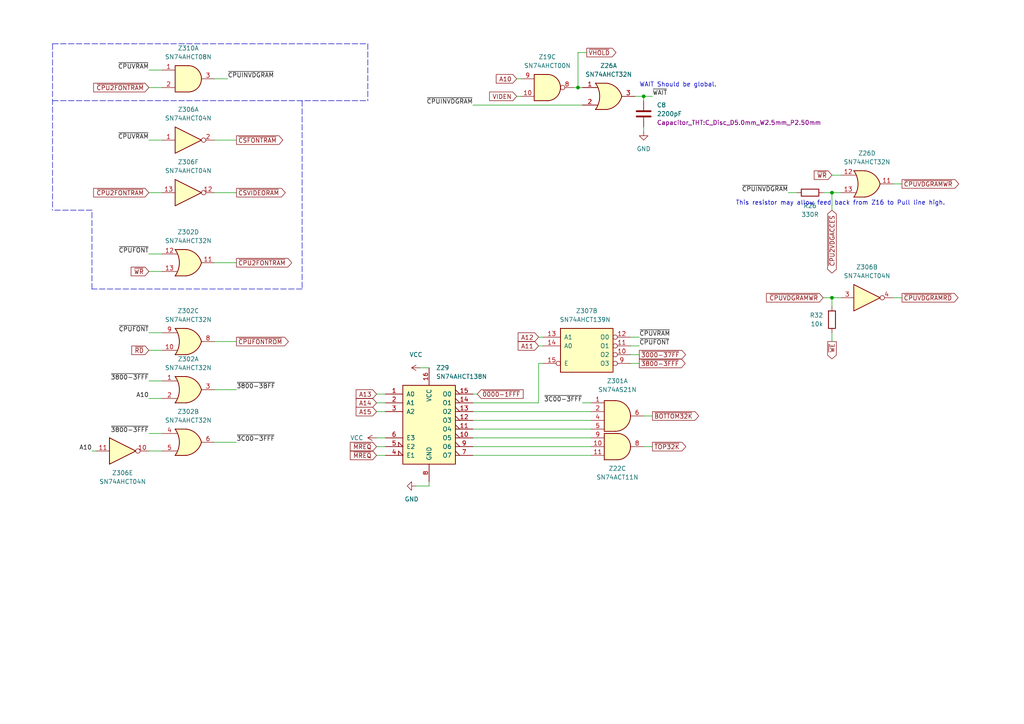
<source format=kicad_sch>
(kicad_sch (version 20211123) (generator eeschema)
  (paper "A4")
  (title_block (title "JupiterAce Z80 plus KIO and new memory format.") (date "2020-05-12") (rev "Alpha") (company "Ontobus") (comment 1 "John Bradley") (comment 2 "https://creativecommons.org/licenses/by-nc-sa/4.0/") (comment 3 "Attribution-NonCommercial-ShareAlike 4.0 International License.") (comment 4 "This work is licensed under a Creative Commons "))
  (lib_symbols
    (symbol "74xx:74LS00" (pin_names (offset 1.016))
      (property "Reference" "U" (at 0 1.27 0))
      (property "Value" "74LS00" (at 0 -1.27 0))
      (symbol "74LS00_1_1"
        (arc (start 0 -3.81) (mid 3.81 0) (end 0 3.81) (stroke (width 0.254)) (fill (type background)))
        (polyline (pts (xy 0 3.81) (xy -3.81 3.81) (xy -3.81 -3.81) (xy 0 -3.81)) (stroke (width 0.254)) (fill (type background)))
        (pin input line (at -7.62 2.54 0) (length 3.81) (name "~") (number "1"))
        (pin input line (at -7.62 -2.54 0) (length 3.81) (name "~") (number "2"))
        (pin output inverted (at 7.62 0 180) (length 3.81) (name "~") (number "3"))
      )
      (symbol "74LS00_1_2"
        (arc (start -3.81 -3.81) (mid -2.589 0) (end -3.81 3.81) (stroke (width 0.254)))
        (arc (start -0.6096 -3.81) (mid 2.1842 -2.5851) (end 3.81 0) (stroke (width 0.254)) (fill (type background)))
        (polyline (pts (xy -3.81 -3.81) (xy -0.635 -3.81)) (stroke (width 0.254)) (fill (type background)))
        (polyline (pts (xy -3.81 3.81) (xy -0.635 3.81)) (stroke (width 0.254)) (fill (type background)))
        (polyline (pts (xy -0.635 3.81) (xy -3.81 3.81) (xy -3.81 3.81) (xy -3.556 3.4036) (xy -3.0226 2.2606) (xy -2.6924 1.0414) (xy -2.6162 -0.254) (xy -2.7686 -1.4986) (xy -3.175 -2.7178) (xy -3.81 -3.81) (xy -3.81 -3.81) (xy -0.635 -3.81)) (stroke (width -25.4)) (fill (type background)))
        (arc (start 3.81 0) (mid 2.1915 2.5936) (end -0.6096 3.81) (stroke (width 0.254)) (fill (type background)))
        (pin input inverted (at -7.62 2.54 0) (length 4.318) (name "~") (number "1"))
        (pin input inverted (at -7.62 -2.54 0) (length 4.318) (name "~") (number "2"))
        (pin output line (at 7.62 0 180) (length 3.81) (name "~") (number "3"))
      )
      (symbol "74LS00_2_1"
        (arc (start 0 -3.81) (mid 3.81 0) (end 0 3.81) (stroke (width 0.254)) (fill (type background)))
        (polyline (pts (xy 0 3.81) (xy -3.81 3.81) (xy -3.81 -3.81) (xy 0 -3.81)) (stroke (width 0.254)) (fill (type background)))
        (pin input line (at -7.62 2.54 0) (length 3.81) (name "~") (number "4"))
        (pin input line (at -7.62 -2.54 0) (length 3.81) (name "~") (number "5"))
        (pin output inverted (at 7.62 0 180) (length 3.81) (name "~") (number "6"))
      )
      (symbol "74LS00_2_2"
        (arc (start -3.81 -3.81) (mid -2.589 0) (end -3.81 3.81) (stroke (width 0.254)))
        (arc (start -0.6096 -3.81) (mid 2.1842 -2.5851) (end 3.81 0) (stroke (width 0.254)) (fill (type background)))
        (polyline (pts (xy -3.81 -3.81) (xy -0.635 -3.81)) (stroke (width 0.254)) (fill (type background)))
        (polyline (pts (xy -3.81 3.81) (xy -0.635 3.81)) (stroke (width 0.254)) (fill (type background)))
        (polyline (pts (xy -0.635 3.81) (xy -3.81 3.81) (xy -3.81 3.81) (xy -3.556 3.4036) (xy -3.0226 2.2606) (xy -2.6924 1.0414) (xy -2.6162 -0.254) (xy -2.7686 -1.4986) (xy -3.175 -2.7178) (xy -3.81 -3.81) (xy -3.81 -3.81) (xy -0.635 -3.81)) (stroke (width -25.4)) (fill (type background)))
        (arc (start 3.81 0) (mid 2.1915 2.5936) (end -0.6096 3.81) (stroke (width 0.254)) (fill (type background)))
        (pin input inverted (at -7.62 2.54 0) (length 4.318) (name "~") (number "4"))
        (pin input inverted (at -7.62 -2.54 0) (length 4.318) (name "~") (number "5"))
        (pin output line (at 7.62 0 180) (length 3.81) (name "~") (number "6"))
      )
      (symbol "74LS00_3_1"
        (arc (start 0 -3.81) (mid 3.81 0) (end 0 3.81) (stroke (width 0.254)) (fill (type background)))
        (polyline (pts (xy 0 3.81) (xy -3.81 3.81) (xy -3.81 -3.81) (xy 0 -3.81)) (stroke (width 0.254)) (fill (type background)))
        (pin input line (at -7.62 -2.54 0) (length 3.81) (name "~") (number "10"))
        (pin output inverted (at 7.62 0 180) (length 3.81) (name "~") (number "8"))
        (pin input line (at -7.62 2.54 0) (length 3.81) (name "~") (number "9"))
      )
      (symbol "74LS00_3_2"
        (arc (start -3.81 -3.81) (mid -2.589 0) (end -3.81 3.81) (stroke (width 0.254)))
        (arc (start -0.6096 -3.81) (mid 2.1842 -2.5851) (end 3.81 0) (stroke (width 0.254)) (fill (type background)))
        (polyline (pts (xy -3.81 -3.81) (xy -0.635 -3.81)) (stroke (width 0.254)) (fill (type background)))
        (polyline (pts (xy -3.81 3.81) (xy -0.635 3.81)) (stroke (width 0.254)) (fill (type background)))
        (polyline (pts (xy -0.635 3.81) (xy -3.81 3.81) (xy -3.81 3.81) (xy -3.556 3.4036) (xy -3.0226 2.2606) (xy -2.6924 1.0414) (xy -2.6162 -0.254) (xy -2.7686 -1.4986) (xy -3.175 -2.7178) (xy -3.81 -3.81) (xy -3.81 -3.81) (xy -0.635 -3.81)) (stroke (width -25.4)) (fill (type background)))
        (arc (start 3.81 0) (mid 2.1915 2.5936) (end -0.6096 3.81) (stroke (width 0.254)) (fill (type background)))
        (pin input inverted (at -7.62 -2.54 0) (length 4.318) (name "~") (number "10"))
        (pin output line (at 7.62 0 180) (length 3.81) (name "~") (number "8"))
        (pin input inverted (at -7.62 2.54 0) (length 4.318) (name "~") (number "9"))
      )
      (symbol "74LS00_4_1"
        (arc (start 0 -3.81) (mid 3.81 0) (end 0 3.81) (stroke (width 0.254)) (fill (type background)))
        (polyline (pts (xy 0 3.81) (xy -3.81 3.81) (xy -3.81 -3.81) (xy 0 -3.81)) (stroke (width 0.254)) (fill (type background)))
        (pin output inverted (at 7.62 0 180) (length 3.81) (name "~") (number "11"))
        (pin input line (at -7.62 2.54 0) (length 3.81) (name "~") (number "12"))
        (pin input line (at -7.62 -2.54 0) (length 3.81) (name "~") (number "13"))
      )
      (symbol "74LS00_4_2"
        (arc (start -3.81 -3.81) (mid -2.589 0) (end -3.81 3.81) (stroke (width 0.254)))
        (arc (start -0.6096 -3.81) (mid 2.1842 -2.5851) (end 3.81 0) (stroke (width 0.254)) (fill (type background)))
        (polyline (pts (xy -3.81 -3.81) (xy -0.635 -3.81)) (stroke (width 0.254)) (fill (type background)))
        (polyline (pts (xy -3.81 3.81) (xy -0.635 3.81)) (stroke (width 0.254)) (fill (type background)))
        (polyline (pts (xy -0.635 3.81) (xy -3.81 3.81) (xy -3.81 3.81) (xy -3.556 3.4036) (xy -3.0226 2.2606) (xy -2.6924 1.0414) (xy -2.6162 -0.254) (xy -2.7686 -1.4986) (xy -3.175 -2.7178) (xy -3.81 -3.81) (xy -3.81 -3.81) (xy -0.635 -3.81)) (stroke (width -25.4)) (fill (type background)))
        (arc (start 3.81 0) (mid 2.1915 2.5936) (end -0.6096 3.81) (stroke (width 0.254)) (fill (type background)))
        (pin output line (at 7.62 0 180) (length 3.81) (name "~") (number "11"))
        (pin input inverted (at -7.62 2.54 0) (length 4.318) (name "~") (number "12"))
        (pin input inverted (at -7.62 -2.54 0) (length 4.318) (name "~") (number "13"))
      )
      (symbol "74LS00_5_0"
        (pin power_in line (at 0 12.7 270) (length 5.08) (name "VCC") (number "14"))
        (pin power_in line (at 0 -12.7 90) (length 5.08) (name "GND") (number "7"))
      )
      (symbol "74LS00_5_1"
        (rectangle (start -5.08 7.62) (end 5.08 -7.62) (stroke (width 0.254)) (fill (type background)))
      )
    )
    (symbol "74xx:74LS04"
      (property "Reference" "U" (at 0 1.27 0))
      (property "Value" "74LS04" (at 0 -1.27 0))
      (symbol "74LS04_1_0"
        (polyline (pts (xy -3.81 3.81) (xy -3.81 -3.81) (xy 3.81 0) (xy -3.81 3.81)) (stroke (width 0.254)) (fill (type background)))
        (pin input line (at -7.62 0 0) (length 3.81) (name "~") (number "1"))
        (pin output inverted (at 7.62 0 180) (length 3.81) (name "~") (number "2"))
      )
      (symbol "74LS04_2_0"
        (polyline (pts (xy -3.81 3.81) (xy -3.81 -3.81) (xy 3.81 0) (xy -3.81 3.81)) (stroke (width 0.254)) (fill (type background)))
        (pin input line (at -7.62 0 0) (length 3.81) (name "~") (number "3"))
        (pin output inverted (at 7.62 0 180) (length 3.81) (name "~") (number "4"))
      )
      (symbol "74LS04_3_0"
        (polyline (pts (xy -3.81 3.81) (xy -3.81 -3.81) (xy 3.81 0) (xy -3.81 3.81)) (stroke (width 0.254)) (fill (type background)))
        (pin input line (at -7.62 0 0) (length 3.81) (name "~") (number "5"))
        (pin output inverted (at 7.62 0 180) (length 3.81) (name "~") (number "6"))
      )
      (symbol "74LS04_4_0"
        (polyline (pts (xy -3.81 3.81) (xy -3.81 -3.81) (xy 3.81 0) (xy -3.81 3.81)) (stroke (width 0.254)) (fill (type background)))
        (pin output inverted (at 7.62 0 180) (length 3.81) (name "~") (number "8"))
        (pin input line (at -7.62 0 0) (length 3.81) (name "~") (number "9"))
      )
      (symbol "74LS04_5_0"
        (polyline (pts (xy -3.81 3.81) (xy -3.81 -3.81) (xy 3.81 0) (xy -3.81 3.81)) (stroke (width 0.254)) (fill (type background)))
        (pin output inverted (at 7.62 0 180) (length 3.81) (name "~") (number "10"))
        (pin input line (at -7.62 0 0) (length 3.81) (name "~") (number "11"))
      )
      (symbol "74LS04_6_0"
        (polyline (pts (xy -3.81 3.81) (xy -3.81 -3.81) (xy 3.81 0) (xy -3.81 3.81)) (stroke (width 0.254)) (fill (type background)))
        (pin output inverted (at 7.62 0 180) (length 3.81) (name "~") (number "12"))
        (pin input line (at -7.62 0 0) (length 3.81) (name "~") (number "13"))
      )
      (symbol "74LS04_7_0"
        (pin power_in line (at 0 12.7 270) (length 5.08) (name "VCC") (number "14"))
        (pin power_in line (at 0 -12.7 90) (length 5.08) (name "GND") (number "7"))
      )
      (symbol "74LS04_7_1"
        (rectangle (start -5.08 7.62) (end 5.08 -7.62) (stroke (width 0.254)) (fill (type background)))
      )
    )
    (symbol "74xx:74LS08" (pin_names (offset 1.016))
      (property "Reference" "U" (at 0 1.27 0))
      (property "Value" "74LS08" (at 0 -1.27 0))
      (symbol "74LS08_1_1"
        (arc (start 0 -3.81) (mid 3.81 0) (end 0 3.81) (stroke (width 0.254)) (fill (type background)))
        (polyline (pts (xy 0 3.81) (xy -3.81 3.81) (xy -3.81 -3.81) (xy 0 -3.81)) (stroke (width 0.254)) (fill (type background)))
        (pin input line (at -7.62 2.54 0) (length 3.81) (name "~") (number "1"))
        (pin input line (at -7.62 -2.54 0) (length 3.81) (name "~") (number "2"))
        (pin output line (at 7.62 0 180) (length 3.81) (name "~") (number "3"))
      )
      (symbol "74LS08_1_2"
        (arc (start -3.81 -3.81) (mid -2.589 0) (end -3.81 3.81) (stroke (width 0.254)))
        (arc (start -0.6096 -3.81) (mid 2.1842 -2.5851) (end 3.81 0) (stroke (width 0.254)) (fill (type background)))
        (polyline (pts (xy -3.81 -3.81) (xy -0.635 -3.81)) (stroke (width 0.254)) (fill (type background)))
        (polyline (pts (xy -3.81 3.81) (xy -0.635 3.81)) (stroke (width 0.254)) (fill (type background)))
        (polyline (pts (xy -0.635 3.81) (xy -3.81 3.81) (xy -3.81 3.81) (xy -3.556 3.4036) (xy -3.0226 2.2606) (xy -2.6924 1.0414) (xy -2.6162 -0.254) (xy -2.7686 -1.4986) (xy -3.175 -2.7178) (xy -3.81 -3.81) (xy -3.81 -3.81) (xy -0.635 -3.81)) (stroke (width -25.4)) (fill (type background)))
        (arc (start 3.81 0) (mid 2.1915 2.5936) (end -0.6096 3.81) (stroke (width 0.254)) (fill (type background)))
        (pin input inverted (at -7.62 2.54 0) (length 4.318) (name "~") (number "1"))
        (pin input inverted (at -7.62 -2.54 0) (length 4.318) (name "~") (number "2"))
        (pin output inverted (at 7.62 0 180) (length 3.81) (name "~") (number "3"))
      )
      (symbol "74LS08_2_1"
        (arc (start 0 -3.81) (mid 3.81 0) (end 0 3.81) (stroke (width 0.254)) (fill (type background)))
        (polyline (pts (xy 0 3.81) (xy -3.81 3.81) (xy -3.81 -3.81) (xy 0 -3.81)) (stroke (width 0.254)) (fill (type background)))
        (pin input line (at -7.62 2.54 0) (length 3.81) (name "~") (number "4"))
        (pin input line (at -7.62 -2.54 0) (length 3.81) (name "~") (number "5"))
        (pin output line (at 7.62 0 180) (length 3.81) (name "~") (number "6"))
      )
      (symbol "74LS08_2_2"
        (arc (start -3.81 -3.81) (mid -2.589 0) (end -3.81 3.81) (stroke (width 0.254)))
        (arc (start -0.6096 -3.81) (mid 2.1842 -2.5851) (end 3.81 0) (stroke (width 0.254)) (fill (type background)))
        (polyline (pts (xy -3.81 -3.81) (xy -0.635 -3.81)) (stroke (width 0.254)) (fill (type background)))
        (polyline (pts (xy -3.81 3.81) (xy -0.635 3.81)) (stroke (width 0.254)) (fill (type background)))
        (polyline (pts (xy -0.635 3.81) (xy -3.81 3.81) (xy -3.81 3.81) (xy -3.556 3.4036) (xy -3.0226 2.2606) (xy -2.6924 1.0414) (xy -2.6162 -0.254) (xy -2.7686 -1.4986) (xy -3.175 -2.7178) (xy -3.81 -3.81) (xy -3.81 -3.81) (xy -0.635 -3.81)) (stroke (width -25.4)) (fill (type background)))
        (arc (start 3.81 0) (mid 2.1915 2.5936) (end -0.6096 3.81) (stroke (width 0.254)) (fill (type background)))
        (pin input inverted (at -7.62 2.54 0) (length 4.318) (name "~") (number "4"))
        (pin input inverted (at -7.62 -2.54 0) (length 4.318) (name "~") (number "5"))
        (pin output inverted (at 7.62 0 180) (length 3.81) (name "~") (number "6"))
      )
      (symbol "74LS08_3_1"
        (arc (start 0 -3.81) (mid 3.81 0) (end 0 3.81) (stroke (width 0.254)) (fill (type background)))
        (polyline (pts (xy 0 3.81) (xy -3.81 3.81) (xy -3.81 -3.81) (xy 0 -3.81)) (stroke (width 0.254)) (fill (type background)))
        (pin input line (at -7.62 -2.54 0) (length 3.81) (name "~") (number "10"))
        (pin output line (at 7.62 0 180) (length 3.81) (name "~") (number "8"))
        (pin input line (at -7.62 2.54 0) (length 3.81) (name "~") (number "9"))
      )
      (symbol "74LS08_3_2"
        (arc (start -3.81 -3.81) (mid -2.589 0) (end -3.81 3.81) (stroke (width 0.254)))
        (arc (start -0.6096 -3.81) (mid 2.1842 -2.5851) (end 3.81 0) (stroke (width 0.254)) (fill (type background)))
        (polyline (pts (xy -3.81 -3.81) (xy -0.635 -3.81)) (stroke (width 0.254)) (fill (type background)))
        (polyline (pts (xy -3.81 3.81) (xy -0.635 3.81)) (stroke (width 0.254)) (fill (type background)))
        (polyline (pts (xy -0.635 3.81) (xy -3.81 3.81) (xy -3.81 3.81) (xy -3.556 3.4036) (xy -3.0226 2.2606) (xy -2.6924 1.0414) (xy -2.6162 -0.254) (xy -2.7686 -1.4986) (xy -3.175 -2.7178) (xy -3.81 -3.81) (xy -3.81 -3.81) (xy -0.635 -3.81)) (stroke (width -25.4)) (fill (type background)))
        (arc (start 3.81 0) (mid 2.1915 2.5936) (end -0.6096 3.81) (stroke (width 0.254)) (fill (type background)))
        (pin input inverted (at -7.62 -2.54 0) (length 4.318) (name "~") (number "10"))
        (pin output inverted (at 7.62 0 180) (length 3.81) (name "~") (number "8"))
        (pin input inverted (at -7.62 2.54 0) (length 4.318) (name "~") (number "9"))
      )
      (symbol "74LS08_4_1"
        (arc (start 0 -3.81) (mid 3.81 0) (end 0 3.81) (stroke (width 0.254)) (fill (type background)))
        (polyline (pts (xy 0 3.81) (xy -3.81 3.81) (xy -3.81 -3.81) (xy 0 -3.81)) (stroke (width 0.254)) (fill (type background)))
        (pin output line (at 7.62 0 180) (length 3.81) (name "~") (number "11"))
        (pin input line (at -7.62 2.54 0) (length 3.81) (name "~") (number "12"))
        (pin input line (at -7.62 -2.54 0) (length 3.81) (name "~") (number "13"))
      )
      (symbol "74LS08_4_2"
        (arc (start -3.81 -3.81) (mid -2.589 0) (end -3.81 3.81) (stroke (width 0.254)))
        (arc (start -0.6096 -3.81) (mid 2.1842 -2.5851) (end 3.81 0) (stroke (width 0.254)) (fill (type background)))
        (polyline (pts (xy -3.81 -3.81) (xy -0.635 -3.81)) (stroke (width 0.254)) (fill (type background)))
        (polyline (pts (xy -3.81 3.81) (xy -0.635 3.81)) (stroke (width 0.254)) (fill (type background)))
        (polyline (pts (xy -0.635 3.81) (xy -3.81 3.81) (xy -3.81 3.81) (xy -3.556 3.4036) (xy -3.0226 2.2606) (xy -2.6924 1.0414) (xy -2.6162 -0.254) (xy -2.7686 -1.4986) (xy -3.175 -2.7178) (xy -3.81 -3.81) (xy -3.81 -3.81) (xy -0.635 -3.81)) (stroke (width -25.4)) (fill (type background)))
        (arc (start 3.81 0) (mid 2.1915 2.5936) (end -0.6096 3.81) (stroke (width 0.254)) (fill (type background)))
        (pin output inverted (at 7.62 0 180) (length 3.81) (name "~") (number "11"))
        (pin input inverted (at -7.62 2.54 0) (length 4.318) (name "~") (number "12"))
        (pin input inverted (at -7.62 -2.54 0) (length 4.318) (name "~") (number "13"))
      )
      (symbol "74LS08_5_0"
        (pin power_in line (at 0 12.7 270) (length 5.08) (name "VCC") (number "14"))
        (pin power_in line (at 0 -12.7 90) (length 5.08) (name "GND") (number "7"))
      )
      (symbol "74LS08_5_1"
        (rectangle (start -5.08 7.62) (end 5.08 -7.62) (stroke (width 0.254)) (fill (type background)))
      )
    )
    (symbol "74xx:74LS11" (pin_names (offset 1.016))
      (property "Reference" "U" (at 0 1.27 0))
      (property "Value" "74LS11" (at 0 -1.27 0))
      (symbol "74LS11_1_1"
        (arc (start 0 -3.81) (mid 3.81 0) (end 0 3.81) (stroke (width 0.254)) (fill (type background)))
        (polyline (pts (xy 0 3.81) (xy -3.81 3.81) (xy -3.81 -3.81) (xy 0 -3.81)) (stroke (width 0.254)) (fill (type background)))
        (pin input line (at -7.62 2.54 0) (length 3.81) (name "~") (number "1"))
        (pin output line (at 7.62 0 180) (length 3.81) (name "~") (number "12"))
        (pin input line (at -7.62 -2.54 0) (length 3.81) (name "~") (number "13"))
        (pin input line (at -7.62 0 0) (length 3.81) (name "~") (number "2"))
      )
      (symbol "74LS11_1_2"
        (arc (start -3.81 -3.81) (mid -2.589 0) (end -3.81 3.81) (stroke (width 0.254)))
        (arc (start -0.6096 -3.81) (mid 2.1842 -2.5851) (end 3.81 0) (stroke (width 0.254)) (fill (type background)))
        (polyline (pts (xy -3.81 -3.81) (xy -0.635 -3.81)) (stroke (width 0.254)) (fill (type background)))
        (polyline (pts (xy -3.81 3.81) (xy -0.635 3.81)) (stroke (width 0.254)) (fill (type background)))
        (polyline (pts (xy -0.635 3.81) (xy -3.81 3.81) (xy -3.81 3.81) (xy -3.556 3.4036) (xy -3.0226 2.2606) (xy -2.6924 1.0414) (xy -2.6162 -0.254) (xy -2.7686 -1.4986) (xy -3.175 -2.7178) (xy -3.81 -3.81) (xy -3.81 -3.81) (xy -0.635 -3.81)) (stroke (width -25.4)) (fill (type background)))
        (arc (start 3.81 0) (mid 2.1915 2.5936) (end -0.6096 3.81) (stroke (width 0.254)) (fill (type background)))
        (pin input inverted (at -7.62 2.54 0) (length 4.318) (name "~") (number "1"))
        (pin output inverted (at 7.62 0 180) (length 3.81) (name "~") (number "12"))
        (pin input inverted (at -7.62 -2.54 0) (length 4.318) (name "~") (number "13"))
        (pin input inverted (at -7.62 0 0) (length 4.953) (name "~") (number "2"))
      )
      (symbol "74LS11_2_1"
        (arc (start 0 -3.81) (mid 3.81 0) (end 0 3.81) (stroke (width 0.254)) (fill (type background)))
        (polyline (pts (xy 0 3.81) (xy -3.81 3.81) (xy -3.81 -3.81) (xy 0 -3.81)) (stroke (width 0.254)) (fill (type background)))
        (pin input line (at -7.62 2.54 0) (length 3.81) (name "~") (number "3"))
        (pin input line (at -7.62 0 0) (length 3.81) (name "~") (number "4"))
        (pin input line (at -7.62 -2.54 0) (length 3.81) (name "~") (number "5"))
        (pin output line (at 7.62 0 180) (length 3.81) (name "~") (number "6"))
      )
      (symbol "74LS11_2_2"
        (arc (start -3.81 -3.81) (mid -2.589 0) (end -3.81 3.81) (stroke (width 0.254)))
        (arc (start -0.6096 -3.81) (mid 2.1842 -2.5851) (end 3.81 0) (stroke (width 0.254)) (fill (type background)))
        (polyline (pts (xy -3.81 -3.81) (xy -0.635 -3.81)) (stroke (width 0.254)) (fill (type background)))
        (polyline (pts (xy -3.81 3.81) (xy -0.635 3.81)) (stroke (width 0.254)) (fill (type background)))
        (polyline (pts (xy -0.635 3.81) (xy -3.81 3.81) (xy -3.81 3.81) (xy -3.556 3.4036) (xy -3.0226 2.2606) (xy -2.6924 1.0414) (xy -2.6162 -0.254) (xy -2.7686 -1.4986) (xy -3.175 -2.7178) (xy -3.81 -3.81) (xy -3.81 -3.81) (xy -0.635 -3.81)) (stroke (width -25.4)) (fill (type background)))
        (arc (start 3.81 0) (mid 2.1915 2.5936) (end -0.6096 3.81) (stroke (width 0.254)) (fill (type background)))
        (pin input inverted (at -7.62 2.54 0) (length 4.318) (name "~") (number "3"))
        (pin input inverted (at -7.62 0 0) (length 4.953) (name "~") (number "4"))
        (pin input inverted (at -7.62 -2.54 0) (length 4.318) (name "~") (number "5"))
        (pin output inverted (at 7.62 0 180) (length 3.81) (name "~") (number "6"))
      )
      (symbol "74LS11_3_1"
        (arc (start 0 -3.81) (mid 3.81 0) (end 0 3.81) (stroke (width 0.254)) (fill (type background)))
        (polyline (pts (xy 0 3.81) (xy -3.81 3.81) (xy -3.81 -3.81) (xy 0 -3.81)) (stroke (width 0.254)) (fill (type background)))
        (pin input line (at -7.62 0 0) (length 3.81) (name "~") (number "10"))
        (pin input line (at -7.62 -2.54 0) (length 3.81) (name "~") (number "11"))
        (pin output line (at 7.62 0 180) (length 3.81) (name "~") (number "8"))
        (pin input line (at -7.62 2.54 0) (length 3.81) (name "~") (number "9"))
      )
      (symbol "74LS11_3_2"
        (arc (start -3.81 -3.81) (mid -2.589 0) (end -3.81 3.81) (stroke (width 0.254)))
        (arc (start -0.6096 -3.81) (mid 2.1842 -2.5851) (end 3.81 0) (stroke (width 0.254)) (fill (type background)))
        (polyline (pts (xy -3.81 -3.81) (xy -0.635 -3.81)) (stroke (width 0.254)) (fill (type background)))
        (polyline (pts (xy -3.81 3.81) (xy -0.635 3.81)) (stroke (width 0.254)) (fill (type background)))
        (polyline (pts (xy -0.635 3.81) (xy -3.81 3.81) (xy -3.81 3.81) (xy -3.556 3.4036) (xy -3.0226 2.2606) (xy -2.6924 1.0414) (xy -2.6162 -0.254) (xy -2.7686 -1.4986) (xy -3.175 -2.7178) (xy -3.81 -3.81) (xy -3.81 -3.81) (xy -0.635 -3.81)) (stroke (width -25.4)) (fill (type background)))
        (arc (start 3.81 0) (mid 2.1915 2.5936) (end -0.6096 3.81) (stroke (width 0.254)) (fill (type background)))
        (pin input inverted (at -7.62 0 0) (length 4.953) (name "~") (number "10"))
        (pin input inverted (at -7.62 -2.54 0) (length 4.318) (name "~") (number "11"))
        (pin output inverted (at 7.62 0 180) (length 3.81) (name "~") (number "8"))
        (pin input inverted (at -7.62 2.54 0) (length 4.318) (name "~") (number "9"))
      )
      (symbol "74LS11_4_0"
        (pin power_in line (at 0 12.7 270) (length 5.08) (name "VCC") (number "14"))
        (pin power_in line (at 0 -12.7 90) (length 5.08) (name "GND") (number "7"))
      )
      (symbol "74LS11_4_1"
        (rectangle (start -5.08 7.62) (end 5.08 -7.62) (stroke (width 0.254)) (fill (type background)))
      )
    )
    (symbol "74xx:74LS138" (pin_names (offset 1.016))
      (property "Reference" "U" (at -7.62 11.43 0))
      (property "Value" "74LS138" (at -7.62 -13.97 0))
      (symbol "74LS138_1_0"
        (pin input line (at -12.7 7.62 0) (length 5.08) (name "A0") (number "1"))
        (pin output output_low (at 12.7 -5.08 180) (length 5.08) (name "O5") (number "10"))
        (pin output output_low (at 12.7 -2.54 180) (length 5.08) (name "O4") (number "11"))
        (pin output output_low (at 12.7 0 180) (length 5.08) (name "O3") (number "12"))
        (pin output output_low (at 12.7 2.54 180) (length 5.08) (name "O2") (number "13"))
        (pin output output_low (at 12.7 5.08 180) (length 5.08) (name "O1") (number "14"))
        (pin output output_low (at 12.7 7.62 180) (length 5.08) (name "O0") (number "15"))
        (pin power_in line (at 0 15.24 270) (length 5.08) (name "VCC") (number "16"))
        (pin input line (at -12.7 5.08 0) (length 5.08) (name "A1") (number "2"))
        (pin input line (at -12.7 2.54 0) (length 5.08) (name "A2") (number "3"))
        (pin input input_low (at -12.7 -10.16 0) (length 5.08) (name "E1") (number "4"))
        (pin input input_low (at -12.7 -7.62 0) (length 5.08) (name "E2") (number "5"))
        (pin input line (at -12.7 -5.08 0) (length 5.08) (name "E3") (number "6"))
        (pin output output_low (at 12.7 -10.16 180) (length 5.08) (name "O7") (number "7"))
        (pin power_in line (at 0 -17.78 90) (length 5.08) (name "GND") (number "8"))
        (pin output output_low (at 12.7 -7.62 180) (length 5.08) (name "O6") (number "9"))
      )
      (symbol "74LS138_1_1"
        (rectangle (start -7.62 10.16) (end 7.62 -12.7) (stroke (width 0.254)) (fill (type background)))
      )
    )
    (symbol "74xx:74LS139" (pin_names (offset 1.016))
      (property "Reference" "U" (at -7.62 8.89 0))
      (property "Value" "74LS139" (at -7.62 -8.89 0))
      (symbol "74LS139_1_0"
        (pin input inverted (at -12.7 -5.08 0) (length 5.08) (name "E") (number "1"))
        (pin input line (at -12.7 0 0) (length 5.08) (name "A0") (number "2"))
        (pin input line (at -12.7 2.54 0) (length 5.08) (name "A1") (number "3"))
        (pin output inverted (at 12.7 2.54 180) (length 5.08) (name "O0") (number "4"))
        (pin output inverted (at 12.7 0 180) (length 5.08) (name "O1") (number "5"))
        (pin output inverted (at 12.7 -2.54 180) (length 5.08) (name "O2") (number "6"))
        (pin output inverted (at 12.7 -5.08 180) (length 5.08) (name "O3") (number "7"))
      )
      (symbol "74LS139_1_1"
        (rectangle (start -7.62 5.08) (end 7.62 -7.62) (stroke (width 0.254)) (fill (type background)))
      )
      (symbol "74LS139_2_0"
        (pin output inverted (at 12.7 -2.54 180) (length 5.08) (name "O2") (number "10"))
        (pin output inverted (at 12.7 0 180) (length 5.08) (name "O1") (number "11"))
        (pin output inverted (at 12.7 2.54 180) (length 5.08) (name "O0") (number "12"))
        (pin input line (at -12.7 2.54 0) (length 5.08) (name "A1") (number "13"))
        (pin input line (at -12.7 0 0) (length 5.08) (name "A0") (number "14"))
        (pin input inverted (at -12.7 -5.08 0) (length 5.08) (name "E") (number "15"))
        (pin output inverted (at 12.7 -5.08 180) (length 5.08) (name "O3") (number "9"))
      )
      (symbol "74LS139_2_1"
        (rectangle (start -7.62 5.08) (end 7.62 -7.62) (stroke (width 0.254)) (fill (type background)))
      )
      (symbol "74LS139_3_0"
        (pin power_in line (at 0 12.7 270) (length 5.08) (name "VCC") (number "16"))
        (pin power_in line (at 0 -12.7 90) (length 5.08) (name "GND") (number "8"))
      )
      (symbol "74LS139_3_1"
        (rectangle (start -5.08 7.62) (end 5.08 -7.62) (stroke (width 0.254)) (fill (type background)))
      )
    )
    (symbol "74xx:74LS21" (pin_names (offset 1.016))
      (property "Reference" "U" (at 0 1.27 0))
      (property "Value" "74LS21" (at 0 -1.27 0))
      (symbol "74LS21_1_1"
        (arc (start -0.635 -4.445) (mid 3.81 0) (end -0.635 4.445) (stroke (width 0.254)) (fill (type background)))
        (polyline (pts (xy -0.635 4.445) (xy -3.81 4.445) (xy -3.81 -4.445) (xy -0.635 -4.445)) (stroke (width 0.254)) (fill (type background)))
        (pin input line (at -7.62 3.81 0) (length 3.81) (name "~") (number "1"))
        (pin input line (at -7.62 1.27 0) (length 3.81) (name "~") (number "2"))
        (pin input line (at -7.62 -1.27 0) (length 3.81) (name "~") (number "4"))
        (pin input line (at -7.62 -3.81 0) (length 3.81) (name "~") (number "5"))
        (pin output line (at 7.62 0 180) (length 3.81) (name "~") (number "6"))
      )
      (symbol "74LS21_1_2"
        (arc (start -3.81 -4.445) (mid -2.5908 0) (end -3.81 4.445) (stroke (width 0.254)))
        (arc (start -0.6096 -4.445) (mid 2.2246 -2.8422) (end 3.81 0) (stroke (width 0.254)) (fill (type background)))
        (polyline (pts (xy -3.81 -4.445) (xy -0.635 -4.445)) (stroke (width 0.254)) (fill (type background)))
        (polyline (pts (xy -3.81 4.445) (xy -0.635 4.445)) (stroke (width 0.254)) (fill (type background)))
        (polyline (pts (xy -0.635 4.445) (xy -3.81 4.445) (xy -3.81 4.445) (xy -3.6322 4.0894) (xy -3.0988 2.921) (xy -2.7686 1.6764) (xy -2.6162 0.4318) (xy -2.6416 -0.8636) (xy -2.8702 -2.1082) (xy -3.2512 -3.3274) (xy -3.81 -4.445) (xy -3.81 -4.445) (xy -0.635 -4.445)) (stroke (width -25.4)) (fill (type background)))
        (arc (start 3.81 0) (mid 2.2204 2.8379) (end -0.6096 4.445) (stroke (width 0.254)) (fill (type background)))
        (pin input inverted (at -7.62 3.81 0) (length 3.81) (name "~") (number "1"))
        (pin input inverted (at -7.62 1.27 0) (length 4.826) (name "~") (number "2"))
        (pin input inverted (at -7.62 -1.27 0) (length 4.826) (name "~") (number "4"))
        (pin input inverted (at -7.62 -3.81 0) (length 3.81) (name "~") (number "5"))
        (pin output inverted (at 7.62 0 180) (length 3.81) (name "~") (number "6"))
      )
      (symbol "74LS21_2_1"
        (arc (start -0.635 -4.445) (mid 3.81 0) (end -0.635 4.445) (stroke (width 0.254)) (fill (type background)))
        (polyline (pts (xy -0.635 4.445) (xy -3.81 4.445) (xy -3.81 -4.445) (xy -0.635 -4.445)) (stroke (width 0.254)) (fill (type background)))
        (pin input line (at -7.62 1.27 0) (length 3.81) (name "~") (number "10"))
        (pin input line (at -7.62 -1.27 0) (length 3.81) (name "~") (number "12"))
        (pin input line (at -7.62 -3.81 0) (length 3.81) (name "~") (number "13"))
        (pin output line (at 7.62 0 180) (length 3.81) (name "~") (number "8"))
        (pin input line (at -7.62 3.81 0) (length 3.81) (name "~") (number "9"))
      )
      (symbol "74LS21_2_2"
        (arc (start -3.81 -4.445) (mid -2.5908 0) (end -3.81 4.445) (stroke (width 0.254)))
        (arc (start -0.6096 -4.445) (mid 2.2246 -2.8422) (end 3.81 0) (stroke (width 0.254)) (fill (type background)))
        (polyline (pts (xy -3.81 -4.445) (xy -0.635 -4.445)) (stroke (width 0.254)) (fill (type background)))
        (polyline (pts (xy -3.81 4.445) (xy -0.635 4.445)) (stroke (width 0.254)) (fill (type background)))
        (polyline (pts (xy -0.635 4.445) (xy -3.81 4.445) (xy -3.81 4.445) (xy -3.6322 4.0894) (xy -3.0988 2.921) (xy -2.7686 1.6764) (xy -2.6162 0.4318) (xy -2.6416 -0.8636) (xy -2.8702 -2.1082) (xy -3.2512 -3.3274) (xy -3.81 -4.445) (xy -3.81 -4.445) (xy -0.635 -4.445)) (stroke (width -25.4)) (fill (type background)))
        (arc (start 3.81 0) (mid 2.2204 2.8379) (end -0.6096 4.445) (stroke (width 0.254)) (fill (type background)))
        (pin input inverted (at -7.62 1.27 0) (length 4.826) (name "~") (number "10"))
        (pin input inverted (at -7.62 -1.27 0) (length 4.826) (name "~") (number "12"))
        (pin input inverted (at -7.62 -3.81 0) (length 3.81) (name "~") (number "13"))
        (pin output inverted (at 7.62 0 180) (length 3.81) (name "~") (number "8"))
        (pin input inverted (at -7.62 3.81 0) (length 3.81) (name "~") (number "9"))
      )
      (symbol "74LS21_3_0"
        (pin power_in line (at 0 12.7 270) (length 5.08) (name "VCC") (number "14"))
        (pin power_in line (at 0 -12.7 90) (length 5.08) (name "GND") (number "7"))
      )
      (symbol "74LS21_3_1"
        (rectangle (start -5.08 7.62) (end 5.08 -7.62) (stroke (width 0.254)) (fill (type background)))
      )
    )
    (symbol "74xx:74LS32" (pin_names (offset 1.016))
      (property "Reference" "U" (at 0 1.27 0))
      (property "Value" "74LS32" (at 0 -1.27 0))
      (symbol "74LS32_1_1"
        (arc (start -3.81 -3.81) (mid -2.589 0) (end -3.81 3.81) (stroke (width 0.254)))
        (arc (start -0.6096 -3.81) (mid 2.1842 -2.5851) (end 3.81 0) (stroke (width 0.254)) (fill (type background)))
        (polyline (pts (xy -3.81 -3.81) (xy -0.635 -3.81)) (stroke (width 0.254)) (fill (type background)))
        (polyline (pts (xy -3.81 3.81) (xy -0.635 3.81)) (stroke (width 0.254)) (fill (type background)))
        (polyline (pts (xy -0.635 3.81) (xy -3.81 3.81) (xy -3.81 3.81) (xy -3.556 3.4036) (xy -3.0226 2.2606) (xy -2.6924 1.0414) (xy -2.6162 -0.254) (xy -2.7686 -1.4986) (xy -3.175 -2.7178) (xy -3.81 -3.81) (xy -3.81 -3.81) (xy -0.635 -3.81)) (stroke (width -25.4)) (fill (type background)))
        (arc (start 3.81 0) (mid 2.1915 2.5936) (end -0.6096 3.81) (stroke (width 0.254)) (fill (type background)))
        (pin input line (at -7.62 2.54 0) (length 4.318) (name "~") (number "1"))
        (pin input line (at -7.62 -2.54 0) (length 4.318) (name "~") (number "2"))
        (pin output line (at 7.62 0 180) (length 3.81) (name "~") (number "3"))
      )
      (symbol "74LS32_1_2"
        (arc (start 0 -3.81) (mid 3.81 0) (end 0 3.81) (stroke (width 0.254)) (fill (type background)))
        (polyline (pts (xy 0 3.81) (xy -3.81 3.81) (xy -3.81 -3.81) (xy 0 -3.81)) (stroke (width 0.254)) (fill (type background)))
        (pin input inverted (at -7.62 2.54 0) (length 3.81) (name "~") (number "1"))
        (pin input inverted (at -7.62 -2.54 0) (length 3.81) (name "~") (number "2"))
        (pin output inverted (at 7.62 0 180) (length 3.81) (name "~") (number "3"))
      )
      (symbol "74LS32_2_1"
        (arc (start -3.81 -3.81) (mid -2.589 0) (end -3.81 3.81) (stroke (width 0.254)))
        (arc (start -0.6096 -3.81) (mid 2.1842 -2.5851) (end 3.81 0) (stroke (width 0.254)) (fill (type background)))
        (polyline (pts (xy -3.81 -3.81) (xy -0.635 -3.81)) (stroke (width 0.254)) (fill (type background)))
        (polyline (pts (xy -3.81 3.81) (xy -0.635 3.81)) (stroke (width 0.254)) (fill (type background)))
        (polyline (pts (xy -0.635 3.81) (xy -3.81 3.81) (xy -3.81 3.81) (xy -3.556 3.4036) (xy -3.0226 2.2606) (xy -2.6924 1.0414) (xy -2.6162 -0.254) (xy -2.7686 -1.4986) (xy -3.175 -2.7178) (xy -3.81 -3.81) (xy -3.81 -3.81) (xy -0.635 -3.81)) (stroke (width -25.4)) (fill (type background)))
        (arc (start 3.81 0) (mid 2.1915 2.5936) (end -0.6096 3.81) (stroke (width 0.254)) (fill (type background)))
        (pin input line (at -7.62 2.54 0) (length 4.318) (name "~") (number "4"))
        (pin input line (at -7.62 -2.54 0) (length 4.318) (name "~") (number "5"))
        (pin output line (at 7.62 0 180) (length 3.81) (name "~") (number "6"))
      )
      (symbol "74LS32_2_2"
        (arc (start 0 -3.81) (mid 3.81 0) (end 0 3.81) (stroke (width 0.254)) (fill (type background)))
        (polyline (pts (xy 0 3.81) (xy -3.81 3.81) (xy -3.81 -3.81) (xy 0 -3.81)) (stroke (width 0.254)) (fill (type background)))
        (pin input inverted (at -7.62 2.54 0) (length 3.81) (name "~") (number "4"))
        (pin input inverted (at -7.62 -2.54 0) (length 3.81) (name "~") (number "5"))
        (pin output inverted (at 7.62 0 180) (length 3.81) (name "~") (number "6"))
      )
      (symbol "74LS32_3_1"
        (arc (start -3.81 -3.81) (mid -2.589 0) (end -3.81 3.81) (stroke (width 0.254)))
        (arc (start -0.6096 -3.81) (mid 2.1842 -2.5851) (end 3.81 0) (stroke (width 0.254)) (fill (type background)))
        (polyline (pts (xy -3.81 -3.81) (xy -0.635 -3.81)) (stroke (width 0.254)) (fill (type background)))
        (polyline (pts (xy -3.81 3.81) (xy -0.635 3.81)) (stroke (width 0.254)) (fill (type background)))
        (polyline (pts (xy -0.635 3.81) (xy -3.81 3.81) (xy -3.81 3.81) (xy -3.556 3.4036) (xy -3.0226 2.2606) (xy -2.6924 1.0414) (xy -2.6162 -0.254) (xy -2.7686 -1.4986) (xy -3.175 -2.7178) (xy -3.81 -3.81) (xy -3.81 -3.81) (xy -0.635 -3.81)) (stroke (width -25.4)) (fill (type background)))
        (arc (start 3.81 0) (mid 2.1915 2.5936) (end -0.6096 3.81) (stroke (width 0.254)) (fill (type background)))
        (pin input line (at -7.62 -2.54 0) (length 4.318) (name "~") (number "10"))
        (pin output line (at 7.62 0 180) (length 3.81) (name "~") (number "8"))
        (pin input line (at -7.62 2.54 0) (length 4.318) (name "~") (number "9"))
      )
      (symbol "74LS32_3_2"
        (arc (start 0 -3.81) (mid 3.81 0) (end 0 3.81) (stroke (width 0.254)) (fill (type background)))
        (polyline (pts (xy 0 3.81) (xy -3.81 3.81) (xy -3.81 -3.81) (xy 0 -3.81)) (stroke (width 0.254)) (fill (type background)))
        (pin input inverted (at -7.62 -2.54 0) (length 3.81) (name "~") (number "10"))
        (pin output inverted (at 7.62 0 180) (length 3.81) (name "~") (number "8"))
        (pin input inverted (at -7.62 2.54 0) (length 3.81) (name "~") (number "9"))
      )
      (symbol "74LS32_4_1"
        (arc (start -3.81 -3.81) (mid -2.589 0) (end -3.81 3.81) (stroke (width 0.254)))
        (arc (start -0.6096 -3.81) (mid 2.1842 -2.5851) (end 3.81 0) (stroke (width 0.254)) (fill (type background)))
        (polyline (pts (xy -3.81 -3.81) (xy -0.635 -3.81)) (stroke (width 0.254)) (fill (type background)))
        (polyline (pts (xy -3.81 3.81) (xy -0.635 3.81)) (stroke (width 0.254)) (fill (type background)))
        (polyline (pts (xy -0.635 3.81) (xy -3.81 3.81) (xy -3.81 3.81) (xy -3.556 3.4036) (xy -3.0226 2.2606) (xy -2.6924 1.0414) (xy -2.6162 -0.254) (xy -2.7686 -1.4986) (xy -3.175 -2.7178) (xy -3.81 -3.81) (xy -3.81 -3.81) (xy -0.635 -3.81)) (stroke (width -25.4)) (fill (type background)))
        (arc (start 3.81 0) (mid 2.1915 2.5936) (end -0.6096 3.81) (stroke (width 0.254)) (fill (type background)))
        (pin output line (at 7.62 0 180) (length 3.81) (name "~") (number "11"))
        (pin input line (at -7.62 2.54 0) (length 4.318) (name "~") (number "12"))
        (pin input line (at -7.62 -2.54 0) (length 4.318) (name "~") (number "13"))
      )
      (symbol "74LS32_4_2"
        (arc (start 0 -3.81) (mid 3.81 0) (end 0 3.81) (stroke (width 0.254)) (fill (type background)))
        (polyline (pts (xy 0 3.81) (xy -3.81 3.81) (xy -3.81 -3.81) (xy 0 -3.81)) (stroke (width 0.254)) (fill (type background)))
        (pin output inverted (at 7.62 0 180) (length 3.81) (name "~") (number "11"))
        (pin input inverted (at -7.62 2.54 0) (length 3.81) (name "~") (number "12"))
        (pin input inverted (at -7.62 -2.54 0) (length 3.81) (name "~") (number "13"))
      )
      (symbol "74LS32_5_0"
        (pin power_in line (at 0 12.7 270) (length 5.08) (name "VCC") (number "14"))
        (pin power_in line (at 0 -12.7 90) (length 5.08) (name "GND") (number "7"))
      )
      (symbol "74LS32_5_1"
        (rectangle (start -5.08 7.62) (end 5.08 -7.62) (stroke (width 0.254)) (fill (type background)))
      )
    )
    (symbol "Device:C" (pin_numbers hide) (pin_names (offset 0.254))
      (property "Reference" "C" (at 0.635 2.54 0))
      (property "Value" "C" (at 0.635 -2.54 0))
      (symbol "C_0_1"
        (polyline (pts (xy -2.032 -0.762) (xy 2.032 -0.762)) (stroke (width 0.508)))
        (polyline (pts (xy -2.032 0.762) (xy 2.032 0.762)) (stroke (width 0.508)))
      )
      (symbol "C_1_1"
        (pin passive line (at 0 3.81 270) (length 2.794) (name "~") (number "1"))
        (pin passive line (at 0 -3.81 90) (length 2.794) (name "~") (number "2"))
      )
    )
    (symbol "Device:R" (pin_numbers hide) (pin_names (offset 0))
      (property "Reference" "R" (at 2.032 0 90))
      (property "Value" "R" (at 0 0 90))
      (symbol "R_0_1"
        (rectangle (start -1.016 -2.54) (end 1.016 2.54) (stroke (width 0.254)))
      )
      (symbol "R_1_1"
        (pin passive line (at 0 3.81 270) (length 1.27) (name "~") (number "1"))
        (pin passive line (at 0 -3.81 90) (length 1.27) (name "~") (number "2"))
      )
    )
    (symbol "power:GND" (power) (pin_names (offset 0))
      (property "Value" "GND" (at 0 -3.81 0))
      (symbol "GND_0_1"
        (polyline (pts (xy 0 0) (xy 0 -1.27) (xy 1.27 -1.27) (xy 0 -2.54) (xy -1.27 -1.27) (xy 0 -1.27)))
      )
      (symbol "GND_1_1"
        (pin power_in line (at 0 0 270) (length 0) hide (name "GND") (number "1"))
      )
    )
    (symbol "power:VCC" (power) (pin_names (offset 0))
      (property "Value" "VCC" (at 0 3.81 0))
      (symbol "VCC_0_1"
        (polyline (pts (xy -0.762 1.27) (xy 0 2.54)))
        (polyline (pts (xy 0 0) (xy 0 2.54)))
        (polyline (pts (xy 0 2.54) (xy 0.762 1.27)))
      )
      (symbol "VCC_1_1"
        (pin power_in line (at 0 0 90) (length 0) hide (name "VCC") (number "1"))
      )
    )
  )
  (junction (at 186.69 27.94))
  (junction (at 167.64 25.4))
  (junction (at 241.3 86.36))
  (junction (at 241.3 55.88))
  (wire (pts (xy 62.23 128.27) (xy 68.58 128.27)))
  (wire (pts (xy 238.76 86.36) (xy 241.3 86.36)))
  (wire (pts (xy 62.23 113.03) (xy 68.58 113.03)))
  (wire (pts (xy 109.22 129.54) (xy 111.76 129.54)))
  (wire (pts (xy 137.16 124.46) (xy 171.45 124.46)))
  (wire (pts (xy 241.3 86.36) (xy 243.84 86.36)))
  (wire (pts (xy 46.99 20.32) (xy 43.18 20.32)))
  (wire (pts (xy 259.08 53.34) (xy 261.62 53.34)))
  (wire (pts (xy 137.16 121.92) (xy 171.45 121.92)))
  (wire (pts (xy 241.3 86.36) (xy 241.3 88.9)))
  (wire (pts (xy 157.48 100.33) (xy 156.21 100.33)))
  (wire (pts (xy 182.88 105.41) (xy 185.42 105.41)))
  (wire (pts (xy 62.23 99.06) (xy 68.58 99.06)))
  (wire (pts (xy 241.3 55.88) (xy 241.3 60.96)))
  (wire (pts (xy 137.16 119.38) (xy 171.45 119.38)))
  (wire (pts (xy 62.23 76.2) (xy 68.58 76.2)))
  (wire (pts (xy 167.64 25.4) (xy 168.91 25.4)))
  (wire (pts (xy 151.13 27.94) (xy 149.86 27.94)))
  (wire (pts (xy 238.76 55.88) (xy 241.3 55.88)))
  (wire (pts (xy 137.16 129.54) (xy 171.45 129.54)))
  (wire (pts (xy 241.3 96.52) (xy 241.3 99.06)))
  (wire (pts (xy 62.23 40.64) (xy 68.58 40.64)))
  (wire (pts (xy 46.99 55.88) (xy 43.18 55.88)))
  (wire (pts (xy 27.94 130.81) (xy 26.67 130.81)))
  (wire (pts (xy 186.69 120.65) (xy 189.23 120.65)))
  (wire (pts (xy 157.48 97.79) (xy 156.21 97.79)))
  (wire (pts (xy 167.64 15.24) (xy 170.18 15.24)))
  (wire (pts (xy 182.88 102.87) (xy 185.42 102.87)))
  (wire (pts (xy 166.37 25.4) (xy 167.64 25.4)))
  (wire (pts (xy 124.46 140.97) (xy 120.65 140.97)))
  (wire (pts (xy 156.21 105.41) (xy 157.48 105.41)))
  (wire (pts (xy 186.69 27.94) (xy 189.23 27.94)))
  (wire (pts (xy 46.99 101.6) (xy 43.18 101.6)))
  (wire (pts (xy 121.92 106.68) (xy 124.46 106.68)))
  (wire (pts (xy 46.99 130.81) (xy 43.18 130.81)))
  (wire (pts (xy 46.99 78.74) (xy 43.18 78.74)))
  (polyline (pts (xy 26.67 60.96) (xy 15.24 60.96)))
  (wire (pts (xy 62.23 55.88) (xy 68.58 55.88)))
  (wire (pts (xy 151.13 22.86) (xy 149.86 22.86)))
  (wire (pts (xy 228.6 55.88) (xy 231.14 55.88)))
  (wire (pts (xy 182.88 97.79) (xy 185.42 97.79)))
  (wire (pts (xy 109.22 119.38) (xy 111.76 119.38)))
  (wire (pts (xy 241.3 55.88) (xy 243.84 55.88)))
  (polyline (pts (xy 15.24 29.21) (xy 106.68 29.21)))
  (wire (pts (xy 46.99 40.64) (xy 43.18 40.64)))
  (wire (pts (xy 66.04 22.86) (xy 62.23 22.86)))
  (wire (pts (xy 186.69 29.21) (xy 186.69 27.94)))
  (wire (pts (xy 46.99 73.66) (xy 43.18 73.66)))
  (wire (pts (xy 182.88 100.33) (xy 185.42 100.33)))
  (wire (pts (xy 156.21 105.41) (xy 156.21 116.84)))
  (wire (pts (xy 124.46 139.7) (xy 124.46 140.97)))
  (wire (pts (xy 243.84 50.8) (xy 241.3 50.8)))
  (wire (pts (xy 184.15 27.94) (xy 186.69 27.94)))
  (wire (pts (xy 137.16 116.84) (xy 156.21 116.84)))
  (wire (pts (xy 46.99 110.49) (xy 43.18 110.49)))
  (polyline (pts (xy 87.63 29.21) (xy 87.63 83.82)))
  (wire (pts (xy 46.99 115.57) (xy 43.18 115.57)))
  (wire (pts (xy 109.22 132.08) (xy 111.76 132.08)))
  (wire (pts (xy 109.22 114.3) (xy 111.76 114.3)))
  (polyline (pts (xy 106.68 12.7) (xy 106.68 29.21)))
  (wire (pts (xy 167.64 15.24) (xy 167.64 25.4)))
  (wire (pts (xy 259.08 86.36) (xy 261.62 86.36)))
  (polyline (pts (xy 15.24 12.7) (xy 15.24 60.96)))
  (wire (pts (xy 186.69 38.1) (xy 186.69 36.83)))
  (wire (pts (xy 137.16 114.3) (xy 138.43 114.3)))
  (wire (pts (xy 137.16 132.08) (xy 171.45 132.08)))
  (wire (pts (xy 186.69 129.54) (xy 189.23 129.54)))
  (wire (pts (xy 109.22 127) (xy 111.76 127)))
  (polyline (pts (xy 26.67 83.82) (xy 26.67 60.96)))
  (wire (pts (xy 168.91 116.84) (xy 171.45 116.84)))
  (polyline (pts (xy 87.63 83.82) (xy 26.67 83.82)))
  (wire (pts (xy 46.99 125.73) (xy 43.18 125.73)))
  (wire (pts (xy 43.18 25.4) (xy 46.99 25.4)))
  (wire (pts (xy 109.22 116.84) (xy 111.76 116.84)))
  (polyline (pts (xy 15.24 12.7) (xy 106.68 12.7)))
  (wire (pts (xy 137.16 30.48) (xy 168.91 30.48)))
  (wire (pts (xy 137.16 127) (xy 171.45 127)))
  (wire (pts (xy 46.99 96.52) (xy 43.18 96.52)))
  (text "WAIT Should be global." (at 185.42 25.4 0) (effects (font (size 1.27 1.27)) (justify left bottom)))
  (text "This resistor may allow feed back from Z16 to Pull line high." (at 213.36 59.69 0) (effects (font (size 1.27 1.27)) (justify left bottom)))
  (label "~{CPUINVDGRAM}" (at 66.04 22.86 0))
  (label "~{CPUFONT}" (at 43.18 96.52 180))
  (label "~{3800-3FFF}" (at 43.18 125.73 180))
  (label "~{CPUVRAM}" (at 43.18 20.32 180))
  (label "~{3C00-3FFF}" (at 168.91 116.84 180))
  (label "~{CPUVRAM}" (at 185.42 97.79 0))
  (label "A10" (at 43.18 115.57 180))
  (label "~{3C00-3FFF}" (at 68.58 128.27 0))
  (label "A10" (at 26.67 130.81 180))
  (label "~{3800-3BFF}" (at 68.58 113.03 0))
  (label "~{CPUINVDGRAM}" (at 137.16 30.48 180))
  (label "~{CPUINVDGRAM}" (at 228.6 55.88 180))
  (label "~{WAIT}" (at 189.23 27.94 0))
  (label "~{CPUFONT}" (at 43.18 73.66 180))
  (label "~{3800-3FFF}" (at 43.18 110.49 180))
  (label "~{CPUVRAM}" (at 43.18 40.64 180))
  (label "~{CPUFONT}" (at 185.42 100.33 0))
  (global_label "~{MREQ}" (shape input) (at 109.22 132.08 180) (property "Intersheet References" "${INTERSHEET_REFS}" (at 101.6948 132.0006 0) (effects (justify right))))
  (global_label "~{WR}" (shape input) (at 241.3 50.8 180) (property "Intersheet References" "${INTERSHEET_REFS}" (at 236.2544 50.7206 0) (effects (justify right))))
  (global_label "~{MREQ}" (shape input) (at 109.22 129.54 180) (property "Intersheet References" "${INTERSHEET_REFS}" (at 101.6948 129.4606 0) (effects (justify right))))
  (global_label "~{CSVIDEORAM}" (shape output) (at 68.58 55.88 0) (property "Intersheet References" "${INTERSHEET_REFS}" (at 82.6366 55.8006 0) (effects (justify left))))
  (global_label "~{CPU2FONTRAM}" (shape output) (at 68.58 76.2 0) (property "Intersheet References" "${INTERSHEET_REFS}" (at 84.5113 76.1206 0) (effects (justify left))))
  (global_label "~{CPUVDGRAMWR}" (shape output) (at 261.62 53.34 0) (property "Intersheet References" "${INTERSHEET_REFS}" (at 277.9747 53.2606 0) (effects (justify left))))
  (global_label "~{RD}" (shape input) (at 43.18 101.6 180) (property "Intersheet References" "${INTERSHEET_REFS}" (at 38.3158 101.5206 0) (effects (justify right))))
  (global_label "~{CPUVDGRAMWR}" (shape input) (at 238.76 86.36 180) (property "Intersheet References" "${INTERSHEET_REFS}" (at 222.4053 86.2806 0) (effects (justify right))))
  (global_label "~{CPU2FONTRAM}" (shape input) (at 43.18 25.4 180) (property "Intersheet References" "${INTERSHEET_REFS}" (at 27.2487 25.3206 0) (effects (justify right))))
  (global_label "A12" (shape input) (at 156.21 97.79 180) (property "Intersheet References" "${INTERSHEET_REFS}" (at 150.3782 97.7106 0) (effects (justify right))))
  (global_label "~{BOTTOM32K}" (shape output) (at 189.23 120.65 0) (property "Intersheet References" "${INTERSHEET_REFS}" (at 202.5609 120.5706 0) (effects (justify left))))
  (global_label "A11" (shape input) (at 156.21 100.33 180) (property "Intersheet References" "${INTERSHEET_REFS}" (at 150.3782 100.2506 0) (effects (justify right))))
  (global_label "VIDEN" (shape input) (at 149.86 27.94 180) (property "Intersheet References" "${INTERSHEET_REFS}" (at 142.0929 27.8606 0) (effects (justify right))))
  (global_label "~{CPUVDGRAMRD}" (shape output) (at 261.62 86.36 0) (property "Intersheet References" "${INTERSHEET_REFS}" (at 277.7932 86.2806 0) (effects (justify left))))
  (global_label "~{TOP32K}" (shape output) (at 189.23 129.54 0) (property "Intersheet References" "${INTERSHEET_REFS}" (at 198.8113 129.4606 0) (effects (justify left))))
  (global_label "A13" (shape input) (at 109.22 114.3 180) (property "Intersheet References" "${INTERSHEET_REFS}" (at 103.3882 114.2206 0) (effects (justify right))))
  (global_label "~{CPUFONTROM}" (shape output) (at 68.58 99.06 0) (property "Intersheet References" "${INTERSHEET_REFS}" (at 83.5437 98.9806 0) (effects (justify left))))
  (global_label "~{3800-3FFF}" (shape output) (at 185.42 105.41 0) (property "Intersheet References" "${INTERSHEET_REFS}" (at 198.6299 105.3306 0) (effects (justify left))))
  (global_label "A15" (shape input) (at 109.22 119.38 180) (property "Intersheet References" "${INTERSHEET_REFS}" (at 103.3882 119.3006 0) (effects (justify right))))
  (global_label "~{3000-37FF}" (shape output) (at 185.42 102.87 0) (property "Intersheet References" "${INTERSHEET_REFS}" (at 198.7509 102.7906 0) (effects (justify left))))
  (global_label "~{CPU2VDGACCES}" (shape bidirectional) (at 241.3 60.96 270) (property "Intersheet References" "${INTERSHEET_REFS}" (at 241.2206 77.9799 90) (effects (justify right))))
  (global_label "~{CPU2FONTRAM}" (shape input) (at 43.18 55.88 180) (property "Intersheet References" "${INTERSHEET_REFS}" (at 27.2487 55.8006 0) (effects (justify right))))
  (global_label "~{WR}" (shape input) (at 43.18 78.74 180) (property "Intersheet References" "${INTERSHEET_REFS}" (at 38.1344 78.6606 0) (effects (justify right))))
  (global_label "~{CSFONTRAM}" (shape output) (at 68.58 40.64 0) (property "Intersheet References" "${INTERSHEET_REFS}" (at 81.9109 40.5606 0) (effects (justify left))))
  (global_label "~{VHOLD}" (shape output) (at 170.18 15.24 0) (property "Intersheet References" "${INTERSHEET_REFS}" (at 178.5518 15.1606 0) (effects (justify left))))
  (global_label "A10" (shape input) (at 149.86 22.86 180) (property "Intersheet References" "${INTERSHEET_REFS}" (at 144.0282 22.7806 0) (effects (justify right))))
  (global_label "~{0000-1FFF}" (shape input) (at 138.43 114.3 0) (property "Intersheet References" "${INTERSHEET_REFS}" (at 151.6399 114.2206 0) (effects (justify left))))
  (global_label "A14" (shape input) (at 109.22 116.84 180) (property "Intersheet References" "${INTERSHEET_REFS}" (at 103.3882 116.7606 0) (effects (justify right))))
  (global_label "~{WE}" (shape output) (at 241.3 99.06 270) (property "Intersheet References" "${INTERSHEET_REFS}" (at 241.2206 103.9847 90) (effects (justify right))))
  (symbol (lib_id "power:GND") (at 186.69 38.1 0) (unit 1)
    (property "Reference" "#~SUPPLY08" (effects hide))
    (property "Value" "GND" (at 186.69 43.18 0))
  )
  (symbol (lib_id "Device:R") (at 241.3 92.71 180) (unit 1)
    (property "Reference" "R32" (at 238.76 91.4399 0) (effects (justify left)))
    (property "Value" "10k" (at 238.76 93.9799 0) (effects (justify left)))
    (property "Footprint" "Resistor_THT:R_Axial_DIN0204_L3.6mm_D1.6mm_P1.90mm_Vertical" (effects hide))
    (property "Manufacturer_Name" "Vishay" (effects hide))
    (property "Manufacturer_Part_Number" "MBA02040C1002FRP00 " (effects hide))
  )
  (symbol (lib_id "74xx:74LS139") (at 170.18 100.33 0) (unit 2)
    (property "Reference" "Z307" (at 170.18 90.17 0))
    (property "Value" "SN74AHCT139N " (at 170.18 92.71 0))
    (property "Footprint" "Package_DIP:DIP-16_W7.62mm" (effects hide))
    (property "Datasheet" "http://www.ti.com/lit/ds/symlink/sn74ls139a.pdf" (effects hide))
    (property "Manufacturer_Name" "Texas Instruments" (effects hide))
    (property "Manufacturer_Part_Number" "SN74AHCT139N" (effects hide))
  )
  (symbol (lib_id "Device:C") (at 186.69 33.02 180) (unit 1)
    (property "Reference" "C8" (at 190.5 30.4799 0) (effects (justify right)))
    (property "Value" "2200pF" (at 190.5 33.0199 0) (effects (justify right)))
    (property "Footprint" "Capacitor_THT:C_Disc_D5.0mm_W2.5mm_P2.50mm" (at 190.5 35.5599 0) (effects (justify right)))
    (property "Height" "4" (effects hide))
    (property "Manufacturer_Name" "Vishay" (effects hide))
    (property "Manufacturer_Part_Number" "K222K15X7RH5UL2 " (effects hide))
  )
  (symbol (lib_id "74xx:74LS21") (at 179.07 120.65 0) (unit 1)
    (property "Reference" "Z301" (at 179.07 110.49 0))
    (property "Value" "SN74AS21N" (at 179.07 113.03 0))
    (property "Footprint" "Package_DIP:DIP-14_W7.62mm" (effects hide))
    (property "Datasheet" "http://www.ti.com/lit/gpn/sn74LS21" (effects hide))
    (property "Manufacturer_Part_Number" "SN74AS21N" (effects hide))
    (property "Manufacturer_Name" "Texas Instruments" (effects hide))
  )
  (symbol (lib_id "74xx:74LS32") (at 54.61 113.03 0) (unit 1)
    (property "Reference" "Z302" (at 54.61 104.14 0))
    (property "Value" "SN74AHCT32N" (at 54.61 106.68 0))
    (property "Footprint" "Package_DIP:DIP-14_W7.62mm" (effects hide))
    (property "Datasheet" "http://www.ti.com/lit/gpn/sn74LS32" (effects hide))
    (property "Manufacturer_Part_Number" "SN74AHCT32N" (effects hide))
    (property "Manufacturer_Name" "Texas Instruments" (effects hide))
  )
  (symbol (lib_id "power:VCC") (at 121.92 106.68 90) (unit 1)
    (property "Reference" "#~PWR0104" (effects hide))
    (property "Value" "VCC" (at 120.65 102.87 90))
  )
  (symbol (lib_id "74xx:74LS32") (at 54.61 99.06 0) (unit 3)
    (property "Reference" "Z302" (at 54.61 90.17 0))
    (property "Value" "SN74AHCT32N" (at 54.61 92.71 0))
    (property "Footprint" "Package_DIP:DIP-14_W7.62mm" (effects hide))
    (property "Datasheet" "http://www.ti.com/lit/gpn/sn74LS32" (effects hide))
    (property "Manufacturer_Part_Number" "SN74AHCT32N" (effects hide))
    (property "Manufacturer_Name" "Texas Instruments" (effects hide))
  )
  (symbol (lib_id "74xx:74LS32") (at 54.61 76.2 0) (unit 4)
    (property "Reference" "Z302" (at 54.61 67.31 0))
    (property "Value" "SN74AHCT32N" (at 54.61 69.85 0))
    (property "Footprint" "Package_DIP:DIP-14_W7.62mm" (effects hide))
    (property "Datasheet" "http://www.ti.com/lit/gpn/sn74LS32" (effects hide))
    (property "Manufacturer_Part_Number" "SN74AHCT32N" (effects hide))
    (property "Manufacturer_Name" "Texas Instruments" (effects hide))
  )
  (symbol (lib_id "74xx:74LS32") (at 54.61 128.27 0) (unit 2)
    (property "Reference" "Z302" (at 54.61 119.38 0))
    (property "Value" "SN74AHCT32N" (at 54.61 121.92 0))
    (property "Footprint" "Package_DIP:DIP-14_W7.62mm" (effects hide))
    (property "Datasheet" "http://www.ti.com/lit/gpn/sn74LS32" (effects hide))
    (property "Manufacturer_Part_Number" "SN74AHCT32N" (effects hide))
    (property "Manufacturer_Name" "Texas Instruments" (effects hide))
  )
  (symbol (lib_id "74xx:74LS04") (at 35.56 130.81 0) (unit 5)
    (property "Reference" "Z306" (at 35.56 137.16 0))
    (property "Value" "SN74AHCT04N" (at 35.56 139.7 0))
    (property "Footprint" "Package_DIP:DIP-14_W7.62mm" (effects hide))
    (property "Datasheet" "http://www.ti.com/lit/gpn/sn74LS04" (effects hide))
    (property "Manufacturer_Part_Number" "SN74AHCT04N" (effects hide))
    (property "Manufacturer_Name" "Texas Instruments" (effects hide))
  )
  (symbol (lib_id "74xx:74LS11") (at 179.07 129.54 0) (unit 3)
    (property "Reference" "Z22" (at 179.07 135.89 0))
    (property "Value" "SN74ACT11N" (at 179.07 138.43 0))
    (property "Footprint" "Package_DIP:DIP-14_W7.62mm" (effects hide))
    (property "Datasheet" "http://www.ti.com/lit/gpn/sn74LS11" (effects hide))
    (property "Manufacturer_Part_Number" "SN74ACT11N" (effects hide))
    (property "Manufacturer_Name" "Texas Instruments" (effects hide))
  )
  (symbol (lib_id "74xx:74LS08") (at 54.61 22.86 0) (unit 1)
    (property "Reference" "Z310" (at 54.61 13.97 0))
    (property "Value" "SN74AHCT08N" (at 54.61 16.51 0))
    (property "Footprint" "Package_DIP:DIP-14_W7.62mm" (effects hide))
    (property "Datasheet" "http://www.ti.com/lit/gpn/sn74LS08" (effects hide))
    (property "Manufacturer_Part_Number" "74xx:74LS08" (effects hide))
    (property "Manufacturer_Name" "Texas Instruments" (effects hide))
  )
  (symbol (lib_id "74xx:74LS04") (at 54.61 55.88 0) (unit 6)
    (property "Reference" "Z306" (at 54.61 46.99 0))
    (property "Value" "SN74AHCT04N" (at 54.61 49.53 0))
    (property "Footprint" "Package_DIP:DIP-14_W7.62mm" (effects hide))
    (property "Datasheet" "http://www.ti.com/lit/gpn/sn74LS04" (effects hide))
    (property "Manufacturer_Part_Number" "SN74AHCT04N" (effects hide))
    (property "Manufacturer_Name" "Texas Instruments" (effects hide))
  )
  (symbol (lib_id "74xx:74LS32") (at 176.53 27.94 0) (unit 1)
    (property "Reference" "Z26" (at 176.53 19.05 0))
    (property "Value" "SN74AHCT32N" (at 176.53 21.59 0))
    (property "Footprint" "Package_DIP:DIP-14_W7.62mm" (effects hide))
    (property "Datasheet" "http://www.ti.com/lit/gpn/sn74LS32" (effects hide))
    (property "Manufacturer_Part_Number" "SN74AHCT32N" (effects hide))
    (property "Manufacturer_Name" "Texas Instruments" (effects hide))
  )
  (symbol (lib_id "74xx:74LS32") (at 251.46 53.34 0) (unit 4)
    (property "Reference" "Z26" (at 251.46 44.45 0))
    (property "Value" "SN74AHCT32N" (at 251.46 46.99 0))
    (property "Footprint" "Package_DIP:DIP-14_W7.62mm" (effects hide))
    (property "Datasheet" "http://www.ti.com/lit/gpn/sn74LS32" (effects hide))
    (property "Manufacturer_Part_Number" "SN74AHCT32N" (effects hide))
    (property "Manufacturer_Name" "Texas Instruments" (effects hide))
  )
  (symbol (lib_id "74xx:74LS04") (at 54.61 40.64 0) (unit 1)
    (property "Reference" "Z306" (at 54.61 31.75 0))
    (property "Value" "SN74AHCT04N" (at 54.61 34.29 0))
    (property "Footprint" "Package_DIP:DIP-14_W7.62mm" (effects hide))
    (property "Datasheet" "http://www.ti.com/lit/gpn/sn74LS04" (effects hide))
    (property "Manufacturer_Part_Number" "SN74AHCT04N" (effects hide))
    (property "Manufacturer_Name" "Texas Instruments" (effects hide))
  )
  (symbol (lib_id "74xx:74LS04") (at 251.46 86.36 0) (unit 2)
    (property "Reference" "Z306" (at 251.46 77.47 0))
    (property "Value" "SN74AHCT04N" (at 251.46 80.01 0))
    (property "Footprint" "Package_DIP:DIP-14_W7.62mm" (effects hide))
    (property "Datasheet" "http://www.ti.com/lit/gpn/sn74LS04" (effects hide))
    (property "Manufacturer_Part_Number" "SN74AHCT04N" (effects hide))
    (property "Manufacturer_Name" "Texas Instruments" (effects hide))
  )
  (symbol (lib_id "power:GND") (at 120.65 140.97 270) (unit 1)
    (property "Reference" "#~PWR0115" (effects hide))
    (property "Value" "GND" (at 119.38 144.78 90))
  )
  (symbol (lib_id "74xx:74LS00") (at 158.75 25.4 0) (unit 3)
    (property "Reference" "Z19" (at 158.75 16.51 0))
    (property "Value" "SN74AHCT00N" (at 158.75 19.05 0))
    (property "Footprint" "Package_DIP:DIP-14_W7.62mm" (effects hide))
    (property "Datasheet" "http://www.ti.com/lit/gpn/sn74ls00" (effects hide))
    (property "Manufacturer_Part_Number" "SN74AHCT00N" (effects hide))
    (property "Manufacturer_Name" "Texas Instruments" (effects hide))
  )
  (symbol (lib_id "power:VCC") (at 109.22 127 90) (unit 1)
    (property "Reference" "#~PWR0139" (effects hide))
    (property "Value" "VCC" (at 105.41 126.9999 90) (effects (justify left)))
  )
  (symbol (lib_id "Device:R") (at 234.95 55.88 270) (unit 1)
    (property "Reference" "R26" (at 234.95 59.69 90))
    (property "Value" "330R" (at 234.95 62.23 90))
    (property "Footprint" "Resistor_THT:R_Axial_DIN0204_L3.6mm_D1.6mm_P1.90mm_Vertical" (effects hide))
    (property "Manufacturer_Name" "Vishay" (effects hide))
    (property "Manufacturer_Part_Number" "MBA02040C3300FRP00 " (effects hide))
  )
  (symbol (lib_id "74xx:74LS138") (at 124.46 121.92 0) (unit 1)
    (property "Reference" "Z29" (at 126.4794 106.68 0) (effects (justify left)))
    (property "Value" "SN74AHCT138N" (at 126.4794 109.22 0) (effects (justify left)))
    (property "Footprint" "Package_DIP:DIP-16_W7.62mm" (effects hide))
    (property "Datasheet" "http://www.ti.com/lit/gpn/sn74LS138" (effects hide))
    (property "Manufacturer_Part_Number" "SN74AHCT138N" (effects hide))
    (property "Manufacturer_Name" "Texas Instruments" (effects hide))
  )
)
</source>
